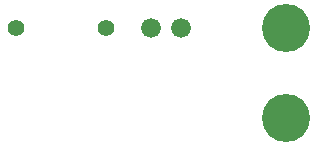
<source format=gtl>
G04 (created by PCBNEW (2013-may-18)-stable) date sáb 17 oct 2015 08:08:27 CDT*
%MOIN*%
G04 Gerber Fmt 3.4, Leading zero omitted, Abs format*
%FSLAX34Y34*%
G01*
G70*
G90*
G04 APERTURE LIST*
%ADD10C,0.00393701*%
%ADD11C,0.055*%
%ADD12C,0.066*%
%ADD13C,0.16*%
G04 APERTURE END LIST*
G54D10*
G54D11*
X67000Y-49500D03*
X70000Y-49500D03*
G54D12*
X71500Y-49500D03*
X72500Y-49500D03*
G54D13*
X76000Y-49500D03*
X76000Y-52500D03*
M02*

</source>
